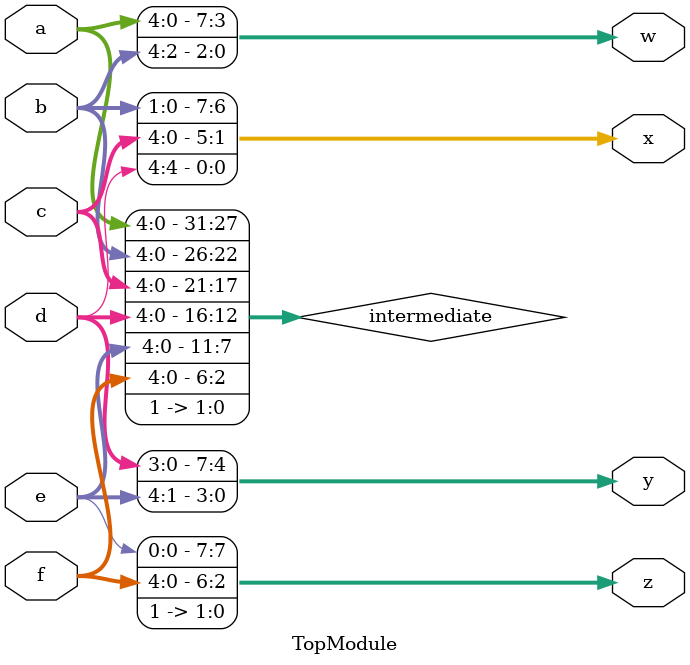
<source format=sv>
module TopModule (
    input logic [4:0] a,
    input logic [4:0] b,
    input logic [4:0] c,
    input logic [4:0] d,
    input logic [4:0] e,
    input logic [4:0] f,
    output logic [7:0] w,
    output logic [7:0] x,
    output logic [7:0] y,
    output logic [7:0] z
);

    logic [31:0] intermediate;

    assign intermediate = {a, b, c, d, e, f, 2'b11};

    assign w = intermediate[31:24];
    assign x = intermediate[23:16];
    assign y = intermediate[15:8];
    assign z = intermediate[7:0];

endmodule
</source>
